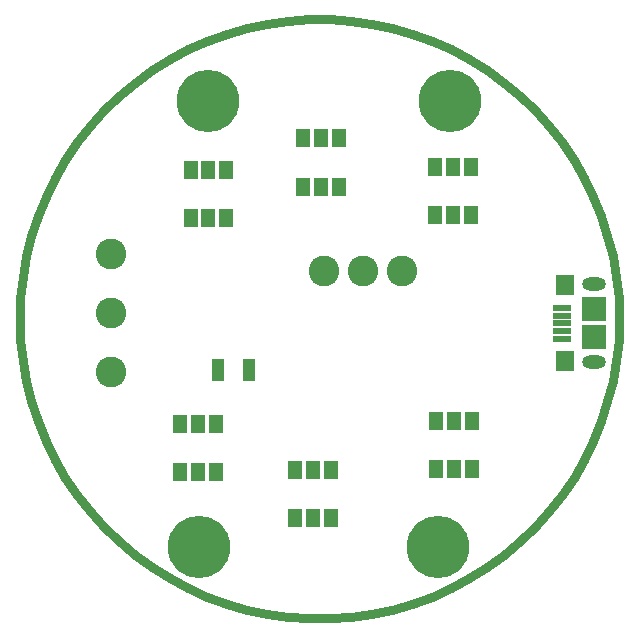
<source format=gts>
%FSTAX23Y23*%
%MOIN*%
%SFA1B1*%

%IPPOS*%
%ADD10C,0.030000*%
%ADD11R,0.047370X0.063118*%
%ADD12R,0.039496X0.072960*%
%ADD13R,0.061149X0.023748*%
%ADD14R,0.063118X0.070992*%
%ADD15R,0.082803X0.082803*%
%ADD16C,0.027685*%
%ADD17O,0.078866X0.043433*%
%ADD18C,0.102488*%
%ADD19C,0.208000*%
G54D10*
X01389Y-00735D02*
D01*
X01387Y-00665*
X01379Y-00595*
X01367Y-00527*
X0135Y-00459*
X01329Y-00393*
X01303Y-00328*
X01272Y-00265*
X01237Y-00205*
X01198Y-00147*
X01155Y-00092*
X01108Y-0004*
X01058Y00007*
X01005Y00052*
X00948Y00093*
X00889Y0013*
X00828Y00163*
X00764Y00191*
X00698Y00215*
X00631Y00234*
X00563Y00249*
X00494Y00259*
X00424Y00263*
X00355*
X00285Y00259*
X00216Y00249*
X00148Y00234*
X00081Y00215*
X00015Y00191*
X-00048Y00163*
X-00109Y0013*
X-00168Y00093*
X-00225Y00052*
X-00278Y00007*
X-00328Y-0004*
X-00375Y-00092*
X-00418Y-00147*
X-00457Y-00205*
X-00492Y-00265*
X-00523Y-00328*
X-00549Y-00393*
X-0057Y-00459*
X-00587Y-00527*
X-00599Y-00595*
X-00607Y-00665*
X-00609Y-00735*
X-00607Y-00804*
X-00599Y-00874*
X-00587Y-00942*
X-0057Y-0101*
X-00549Y-01076*
X-00523Y-01141*
X-00492Y-01204*
X-00457Y-01264*
X-00418Y-01322*
X-00375Y-01377*
X-00328Y-01429*
X-00278Y-01477*
X-00225Y-01522*
X-00168Y-01563*
X-00109Y-016*
X-00048Y-01633*
X00015Y-01661*
X00081Y-01685*
X00148Y-01704*
X00216Y-01719*
X00285Y-01729*
X00355Y-01733*
X00424*
X00494Y-01729*
X00563Y-01719*
X00631Y-01704*
X00698Y-01685*
X00764Y-01661*
X00828Y-01633*
X00889Y-016*
X00948Y-01563*
X01005Y-01522*
X01058Y-01477*
X01108Y-01429*
X01155Y-01377*
X01198Y-01322*
X01237Y-01264*
X01272Y-01204*
X01303Y-01141*
X01329Y-01076*
X0135Y-0101*
X01367Y-00942*
X01379Y-00874*
X01387Y-00804*
X01389Y-00735*
G54D11*
X00429Y-014D03*
Y-01239D03*
X0031D03*
Y-014D03*
X0037Y-01239D03*
Y-014D03*
X00835Y-00229D03*
Y-0039D03*
X00894Y-00229D03*
Y-0039D03*
X00775D03*
Y-00229D03*
X00395Y-00133D03*
Y-00295D03*
X00455Y-00133D03*
Y-00295D03*
X00336D03*
Y-00133D03*
X0002Y-00238D03*
Y-004D03*
X00079Y-00238D03*
Y-004D03*
X-00039D03*
Y-00238D03*
X-00015Y-01245D03*
Y-01084D03*
X-00074Y-01245D03*
Y-01084D03*
X00044D03*
Y-01245D03*
X0084Y-01235D03*
Y-01074D03*
X0078Y-01235D03*
Y-01074D03*
X00899D03*
Y-01235D03*
G54D12*
X00156Y-00905D03*
X00053D03*
G54D13*
X01199Y-00801D03*
Y-00775D03*
Y-00749D03*
Y-00724D03*
Y-00698D03*
G54D14*
X01208Y-00875D03*
Y-00623D03*
G54D15*
X01305Y-00797D03*
Y-00702D03*
G54D16*
X01305Y-00879D03*
Y-0062D03*
G54D17*
X01305Y-00879D03*
Y-0062D03*
G54D18*
X-00305Y-00911D03*
Y-00715D03*
Y-00518D03*
X00535Y-00575D03*
X00665D03*
X00405D03*
G54D19*
X00785Y-01495D03*
X00825Y-0001D03*
X-0001Y-01495D03*
X0002Y-0001D03*
M02*
</source>
